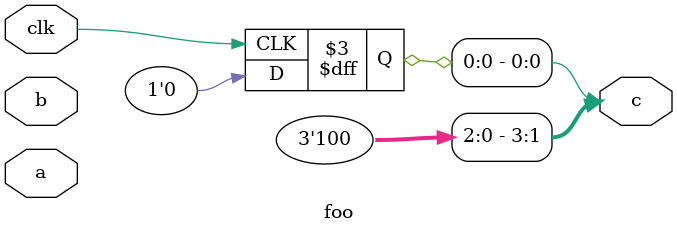
<source format=v>
module foo(clk, a, b, c);
    input clk;
    input [1:0] a, b;
    output reg [3:0] c;

    initial begin
        c <= 4'b1001;
    end

    always @(posedge clk) begin
        c[0] = 0;
    end

endmodule
</source>
